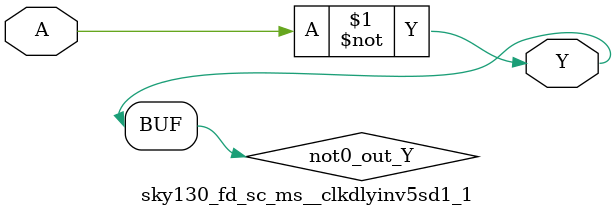
<source format=v>
module sky130_fd_sc_ms__clkdlyinv5sd1_1 (
    Y,
    A
);
    output Y;
    input  A;
    wire not0_out_Y;
    not not0 (not0_out_Y, A              );
    buf buf0 (Y         , not0_out_Y     );
endmodule
</source>
